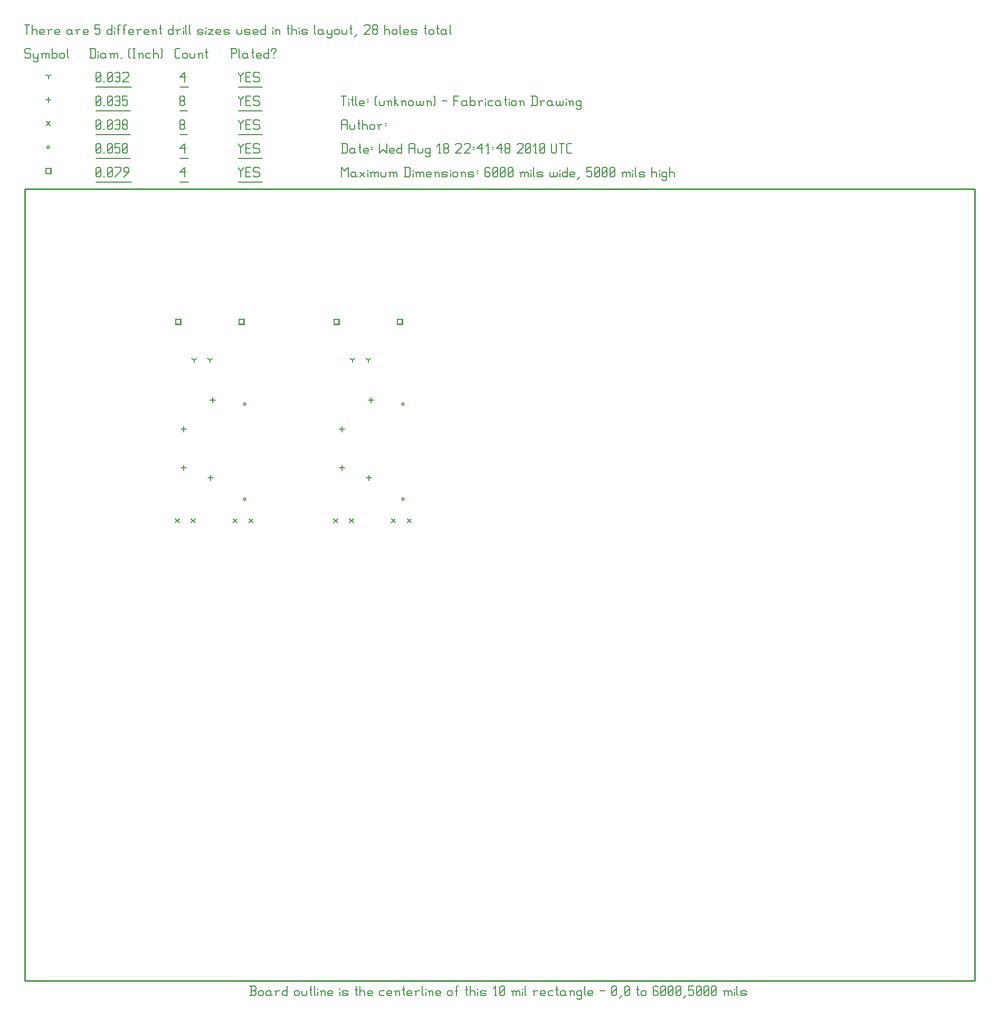
<source format=gbr>
G04 start of page 9 for group -3984 idx -3984 *
G04 Title: (unknown), fab *
G04 Creator: pcb 20091103 *
G04 CreationDate: Wed Aug 18 22:41:48 2010 UTC *
G04 For: fosse *
G04 Format: Gerber/RS-274X *
G04 PCB-Dimensions: 600000 500000 *
G04 PCB-Coordinate-Origin: lower left *
%MOIN*%
%FSLAX25Y25*%
%LNFAB*%
%ADD14C,0.0100*%
%ADD33R,0.0080X0.0080*%
%ADD34C,0.0060*%
G54D33*X195400Y417600D02*X198600D01*
X195400D02*Y414400D01*
X198600D01*
Y417600D02*Y414400D01*
X235400Y417600D02*X238600D01*
X235400D02*Y414400D01*
X238600D01*
Y417600D02*Y414400D01*
X95400Y417600D02*X98600D01*
X95400D02*Y414400D01*
X98600D01*
Y417600D02*Y414400D01*
X135400Y417600D02*X138600D01*
X135400D02*Y414400D01*
X138600D01*
Y417600D02*Y414400D01*
X13400Y512850D02*X16600D01*
X13400D02*Y509650D01*
X16600D01*
Y512850D02*Y509650D01*
G54D34*X135000Y513500D02*Y512750D01*
X136500Y511250D01*
X138000Y512750D01*
Y513500D02*Y512750D01*
X136500Y511250D02*Y507500D01*
X139801Y510500D02*X142051D01*
X139801Y507500D02*X142801D01*
X139801Y513500D02*Y507500D01*
Y513500D02*X142801D01*
X147603D02*X148353Y512750D01*
X145353Y513500D02*X147603D01*
X144603Y512750D02*X145353Y513500D01*
X144603Y512750D02*Y511250D01*
X145353Y510500D01*
X147603D01*
X148353Y509750D01*
Y508250D01*
X147603Y507500D02*X148353Y508250D01*
X145353Y507500D02*X147603D01*
X144603Y508250D02*X145353Y507500D01*
X135000Y504249D02*X150154D01*
X98000Y510500D02*X101000Y513500D01*
X98000Y510500D02*X101750D01*
X101000Y513500D02*Y507500D01*
X98000Y504249D02*X103551D01*
X45000Y508250D02*X45750Y507500D01*
X45000Y512750D02*Y508250D01*
Y512750D02*X45750Y513500D01*
X47250D01*
X48000Y512750D01*
Y508250D01*
X47250Y507500D02*X48000Y508250D01*
X45750Y507500D02*X47250D01*
X45000Y509000D02*X48000Y512000D01*
X49801Y507500D02*X50551D01*
X52353Y508250D02*X53103Y507500D01*
X52353Y512750D02*Y508250D01*
Y512750D02*X53103Y513500D01*
X54603D01*
X55353Y512750D01*
Y508250D01*
X54603Y507500D02*X55353Y508250D01*
X53103Y507500D02*X54603D01*
X52353Y509000D02*X55353Y512000D01*
X57154Y507500D02*X60904Y511250D01*
Y513500D02*Y511250D01*
X57154Y513500D02*X60904D01*
X62706Y507500D02*X65706Y510500D01*
Y512750D02*Y510500D01*
X64956Y513500D02*X65706Y512750D01*
X63456Y513500D02*X64956D01*
X62706Y512750D02*X63456Y513500D01*
X62706Y512750D02*Y511250D01*
X63456Y510500D01*
X65706D01*
X45000Y504249D02*X67507D01*
X238200Y304000D02*G75*G03X239800Y304000I800J0D01*G01*
G75*G03X238200Y304000I-800J0D01*G01*
Y364000D02*G75*G03X239800Y364000I800J0D01*G01*
G75*G03X238200Y364000I-800J0D01*G01*
X138200Y304000D02*G75*G03X139800Y304000I800J0D01*G01*
G75*G03X138200Y304000I-800J0D01*G01*
Y364000D02*G75*G03X139800Y364000I800J0D01*G01*
G75*G03X138200Y364000I-800J0D01*G01*
X14200Y526250D02*G75*G03X15800Y526250I800J0D01*G01*
G75*G03X14200Y526250I-800J0D01*G01*
X135000Y528500D02*Y527750D01*
X136500Y526250D01*
X138000Y527750D01*
Y528500D02*Y527750D01*
X136500Y526250D02*Y522500D01*
X139801Y525500D02*X142051D01*
X139801Y522500D02*X142801D01*
X139801Y528500D02*Y522500D01*
Y528500D02*X142801D01*
X147603D02*X148353Y527750D01*
X145353Y528500D02*X147603D01*
X144603Y527750D02*X145353Y528500D01*
X144603Y527750D02*Y526250D01*
X145353Y525500D01*
X147603D01*
X148353Y524750D01*
Y523250D01*
X147603Y522500D02*X148353Y523250D01*
X145353Y522500D02*X147603D01*
X144603Y523250D02*X145353Y522500D01*
X135000Y519249D02*X150154D01*
X98000Y525500D02*X101000Y528500D01*
X98000Y525500D02*X101750D01*
X101000Y528500D02*Y522500D01*
X98000Y519249D02*X103551D01*
X45000Y523250D02*X45750Y522500D01*
X45000Y527750D02*Y523250D01*
Y527750D02*X45750Y528500D01*
X47250D01*
X48000Y527750D01*
Y523250D01*
X47250Y522500D02*X48000Y523250D01*
X45750Y522500D02*X47250D01*
X45000Y524000D02*X48000Y527000D01*
X49801Y522500D02*X50551D01*
X52353Y523250D02*X53103Y522500D01*
X52353Y527750D02*Y523250D01*
Y527750D02*X53103Y528500D01*
X54603D01*
X55353Y527750D01*
Y523250D01*
X54603Y522500D02*X55353Y523250D01*
X53103Y522500D02*X54603D01*
X52353Y524000D02*X55353Y527000D01*
X57154Y528500D02*X60154D01*
X57154D02*Y525500D01*
X57904Y526250D01*
X59404D01*
X60154Y525500D01*
Y523250D01*
X59404Y522500D02*X60154Y523250D01*
X57904Y522500D02*X59404D01*
X57154Y523250D02*X57904Y522500D01*
X61956Y523250D02*X62706Y522500D01*
X61956Y527750D02*Y523250D01*
Y527750D02*X62706Y528500D01*
X64206D01*
X64956Y527750D01*
Y523250D01*
X64206Y522500D02*X64956Y523250D01*
X62706Y522500D02*X64206D01*
X61956Y524000D02*X64956Y527000D01*
X45000Y519249D02*X66757D01*
X205300Y291700D02*X207700Y289300D01*
X205300D02*X207700Y291700D01*
X195300D02*X197700Y289300D01*
X195300D02*X197700Y291700D01*
X241800D02*X244200Y289300D01*
X241800D02*X244200Y291700D01*
X231800D02*X234200Y289300D01*
X231800D02*X234200Y291700D01*
X105300D02*X107700Y289300D01*
X105300D02*X107700Y291700D01*
X95300D02*X97700Y289300D01*
X95300D02*X97700Y291700D01*
X141800D02*X144200Y289300D01*
X141800D02*X144200Y291700D01*
X131800D02*X134200Y289300D01*
X131800D02*X134200Y291700D01*
X13800Y542450D02*X16200Y540050D01*
X13800D02*X16200Y542450D01*
X135000Y543500D02*Y542750D01*
X136500Y541250D01*
X138000Y542750D01*
Y543500D02*Y542750D01*
X136500Y541250D02*Y537500D01*
X139801Y540500D02*X142051D01*
X139801Y537500D02*X142801D01*
X139801Y543500D02*Y537500D01*
Y543500D02*X142801D01*
X147603D02*X148353Y542750D01*
X145353Y543500D02*X147603D01*
X144603Y542750D02*X145353Y543500D01*
X144603Y542750D02*Y541250D01*
X145353Y540500D01*
X147603D01*
X148353Y539750D01*
Y538250D01*
X147603Y537500D02*X148353Y538250D01*
X145353Y537500D02*X147603D01*
X144603Y538250D02*X145353Y537500D01*
X135000Y534249D02*X150154D01*
X98000Y538250D02*X98750Y537500D01*
X98000Y539750D02*Y538250D01*
Y539750D02*X98750Y540500D01*
X100250D01*
X101000Y539750D01*
Y538250D01*
X100250Y537500D02*X101000Y538250D01*
X98750Y537500D02*X100250D01*
X98000Y541250D02*X98750Y540500D01*
X98000Y542750D02*Y541250D01*
Y542750D02*X98750Y543500D01*
X100250D01*
X101000Y542750D01*
Y541250D01*
X100250Y540500D02*X101000Y541250D01*
X98000Y534249D02*X102801D01*
X45000Y538250D02*X45750Y537500D01*
X45000Y542750D02*Y538250D01*
Y542750D02*X45750Y543500D01*
X47250D01*
X48000Y542750D01*
Y538250D01*
X47250Y537500D02*X48000Y538250D01*
X45750Y537500D02*X47250D01*
X45000Y539000D02*X48000Y542000D01*
X49801Y537500D02*X50551D01*
X52353Y538250D02*X53103Y537500D01*
X52353Y542750D02*Y538250D01*
Y542750D02*X53103Y543500D01*
X54603D01*
X55353Y542750D01*
Y538250D01*
X54603Y537500D02*X55353Y538250D01*
X53103Y537500D02*X54603D01*
X52353Y539000D02*X55353Y542000D01*
X57154Y542750D02*X57904Y543500D01*
X59404D01*
X60154Y542750D01*
Y538250D01*
X59404Y537500D02*X60154Y538250D01*
X57904Y537500D02*X59404D01*
X57154Y538250D02*X57904Y537500D01*
Y540500D02*X60154D01*
X61956Y538250D02*X62706Y537500D01*
X61956Y539750D02*Y538250D01*
Y539750D02*X62706Y540500D01*
X64206D01*
X64956Y539750D01*
Y538250D01*
X64206Y537500D02*X64956Y538250D01*
X62706Y537500D02*X64206D01*
X61956Y541250D02*X62706Y540500D01*
X61956Y542750D02*Y541250D01*
Y542750D02*X62706Y543500D01*
X64206D01*
X64956Y542750D01*
Y541250D01*
X64206Y540500D02*X64956Y541250D01*
X45000Y534249D02*X66757D01*
X100500Y325500D02*Y322300D01*
X98900Y323900D02*X102100D01*
X117500Y319100D02*Y315900D01*
X115900Y317500D02*X119100D01*
X100500Y349793D02*Y346593D01*
X98900Y348193D02*X102100D01*
X118807Y368100D02*Y364900D01*
X117207Y366500D02*X120407D01*
X200500Y325500D02*Y322300D01*
X198900Y323900D02*X202100D01*
X217500Y319100D02*Y315900D01*
X215900Y317500D02*X219100D01*
X200500Y349793D02*Y346593D01*
X198900Y348193D02*X202100D01*
X218807Y368100D02*Y364900D01*
X217207Y366500D02*X220407D01*
X15000Y557850D02*Y554650D01*
X13400Y556250D02*X16600D01*
X135000Y558500D02*Y557750D01*
X136500Y556250D01*
X138000Y557750D01*
Y558500D02*Y557750D01*
X136500Y556250D02*Y552500D01*
X139801Y555500D02*X142051D01*
X139801Y552500D02*X142801D01*
X139801Y558500D02*Y552500D01*
Y558500D02*X142801D01*
X147603D02*X148353Y557750D01*
X145353Y558500D02*X147603D01*
X144603Y557750D02*X145353Y558500D01*
X144603Y557750D02*Y556250D01*
X145353Y555500D01*
X147603D01*
X148353Y554750D01*
Y553250D01*
X147603Y552500D02*X148353Y553250D01*
X145353Y552500D02*X147603D01*
X144603Y553250D02*X145353Y552500D01*
X135000Y549249D02*X150154D01*
X98000Y553250D02*X98750Y552500D01*
X98000Y554750D02*Y553250D01*
Y554750D02*X98750Y555500D01*
X100250D01*
X101000Y554750D01*
Y553250D01*
X100250Y552500D02*X101000Y553250D01*
X98750Y552500D02*X100250D01*
X98000Y556250D02*X98750Y555500D01*
X98000Y557750D02*Y556250D01*
Y557750D02*X98750Y558500D01*
X100250D01*
X101000Y557750D01*
Y556250D01*
X100250Y555500D02*X101000Y556250D01*
X98000Y549249D02*X102801D01*
X45000Y553250D02*X45750Y552500D01*
X45000Y557750D02*Y553250D01*
Y557750D02*X45750Y558500D01*
X47250D01*
X48000Y557750D01*
Y553250D01*
X47250Y552500D02*X48000Y553250D01*
X45750Y552500D02*X47250D01*
X45000Y554000D02*X48000Y557000D01*
X49801Y552500D02*X50551D01*
X52353Y553250D02*X53103Y552500D01*
X52353Y557750D02*Y553250D01*
Y557750D02*X53103Y558500D01*
X54603D01*
X55353Y557750D01*
Y553250D01*
X54603Y552500D02*X55353Y553250D01*
X53103Y552500D02*X54603D01*
X52353Y554000D02*X55353Y557000D01*
X57154Y557750D02*X57904Y558500D01*
X59404D01*
X60154Y557750D01*
Y553250D01*
X59404Y552500D02*X60154Y553250D01*
X57904Y552500D02*X59404D01*
X57154Y553250D02*X57904Y552500D01*
Y555500D02*X60154D01*
X61956Y558500D02*X64956D01*
X61956D02*Y555500D01*
X62706Y556250D01*
X64206D01*
X64956Y555500D01*
Y553250D01*
X64206Y552500D02*X64956Y553250D01*
X62706Y552500D02*X64206D01*
X61956Y553250D02*X62706Y552500D01*
X45000Y549249D02*X66757D01*
X207000Y392000D02*Y390400D01*
Y392000D02*X208386Y392800D01*
X207000Y392000D02*X205614Y392800D01*
X217000Y392000D02*Y390400D01*
Y392000D02*X218386Y392800D01*
X217000Y392000D02*X215614Y392800D01*
X107000Y392000D02*Y390400D01*
Y392000D02*X108386Y392800D01*
X107000Y392000D02*X105614Y392800D01*
X117000Y392000D02*Y390400D01*
Y392000D02*X118386Y392800D01*
X117000Y392000D02*X115614Y392800D01*
X15000Y571250D02*Y569650D01*
Y571250D02*X16386Y572050D01*
X15000Y571250D02*X13614Y572050D01*
X135000Y573500D02*Y572750D01*
X136500Y571250D01*
X138000Y572750D01*
Y573500D02*Y572750D01*
X136500Y571250D02*Y567500D01*
X139801Y570500D02*X142051D01*
X139801Y567500D02*X142801D01*
X139801Y573500D02*Y567500D01*
Y573500D02*X142801D01*
X147603D02*X148353Y572750D01*
X145353Y573500D02*X147603D01*
X144603Y572750D02*X145353Y573500D01*
X144603Y572750D02*Y571250D01*
X145353Y570500D01*
X147603D01*
X148353Y569750D01*
Y568250D01*
X147603Y567500D02*X148353Y568250D01*
X145353Y567500D02*X147603D01*
X144603Y568250D02*X145353Y567500D01*
X135000Y564249D02*X150154D01*
X98000Y570500D02*X101000Y573500D01*
X98000Y570500D02*X101750D01*
X101000Y573500D02*Y567500D01*
X98000Y564249D02*X103551D01*
X45000Y568250D02*X45750Y567500D01*
X45000Y572750D02*Y568250D01*
Y572750D02*X45750Y573500D01*
X47250D01*
X48000Y572750D01*
Y568250D01*
X47250Y567500D02*X48000Y568250D01*
X45750Y567500D02*X47250D01*
X45000Y569000D02*X48000Y572000D01*
X49801Y567500D02*X50551D01*
X52353Y568250D02*X53103Y567500D01*
X52353Y572750D02*Y568250D01*
Y572750D02*X53103Y573500D01*
X54603D01*
X55353Y572750D01*
Y568250D01*
X54603Y567500D02*X55353Y568250D01*
X53103Y567500D02*X54603D01*
X52353Y569000D02*X55353Y572000D01*
X57154Y572750D02*X57904Y573500D01*
X59404D01*
X60154Y572750D01*
Y568250D01*
X59404Y567500D02*X60154Y568250D01*
X57904Y567500D02*X59404D01*
X57154Y568250D02*X57904Y567500D01*
Y570500D02*X60154D01*
X61956Y572750D02*X62706Y573500D01*
X64956D01*
X65706Y572750D01*
Y571250D01*
X61956Y567500D02*X65706Y571250D01*
X61956Y567500D02*X65706D01*
X45000Y564249D02*X67507D01*
X3000Y588500D02*X3750Y587750D01*
X750Y588500D02*X3000D01*
X0Y587750D02*X750Y588500D01*
X0Y587750D02*Y586250D01*
X750Y585500D01*
X3000D01*
X3750Y584750D01*
Y583250D01*
X3000Y582500D02*X3750Y583250D01*
X750Y582500D02*X3000D01*
X0Y583250D02*X750Y582500D01*
X5551Y585500D02*Y583250D01*
X6301Y582500D01*
X8551Y585500D02*Y581000D01*
X7801Y580250D02*X8551Y581000D01*
X6301Y580250D02*X7801D01*
X5551Y581000D02*X6301Y580250D01*
Y582500D02*X7801D01*
X8551Y583250D01*
X11103Y584750D02*Y582500D01*
Y584750D02*X11853Y585500D01*
X12603D01*
X13353Y584750D01*
Y582500D01*
Y584750D02*X14103Y585500D01*
X14853D01*
X15603Y584750D01*
Y582500D01*
X10353Y585500D02*X11103Y584750D01*
X17404Y588500D02*Y582500D01*
Y583250D02*X18154Y582500D01*
X19654D01*
X20404Y583250D01*
Y584750D02*Y583250D01*
X19654Y585500D02*X20404Y584750D01*
X18154Y585500D02*X19654D01*
X17404Y584750D02*X18154Y585500D01*
X22206Y584750D02*Y583250D01*
Y584750D02*X22956Y585500D01*
X24456D01*
X25206Y584750D01*
Y583250D01*
X24456Y582500D02*X25206Y583250D01*
X22956Y582500D02*X24456D01*
X22206Y583250D02*X22956Y582500D01*
X27007Y588500D02*Y583250D01*
X27757Y582500D01*
X41750Y588500D02*Y582500D01*
X44000Y588500D02*X44750Y587750D01*
Y583250D01*
X44000Y582500D02*X44750Y583250D01*
X41000Y582500D02*X44000D01*
X41000Y588500D02*X44000D01*
X46551Y587000D02*Y586250D01*
Y584750D02*Y582500D01*
X50303Y585500D02*X51053Y584750D01*
X48803Y585500D02*X50303D01*
X48053Y584750D02*X48803Y585500D01*
X48053Y584750D02*Y583250D01*
X48803Y582500D01*
X51053Y585500D02*Y583250D01*
X51803Y582500D01*
X48803D02*X50303D01*
X51053Y583250D01*
X54354Y584750D02*Y582500D01*
Y584750D02*X55104Y585500D01*
X55854D01*
X56604Y584750D01*
Y582500D01*
Y584750D02*X57354Y585500D01*
X58104D01*
X58854Y584750D01*
Y582500D01*
X53604Y585500D02*X54354Y584750D01*
X60656Y582500D02*X61406D01*
X65907Y583250D02*X66657Y582500D01*
X65907Y587750D02*X66657Y588500D01*
X65907Y587750D02*Y583250D01*
X68459Y588500D02*X69959D01*
X69209D02*Y582500D01*
X68459D02*X69959D01*
X72510Y584750D02*Y582500D01*
Y584750D02*X73260Y585500D01*
X74010D01*
X74760Y584750D01*
Y582500D01*
X71760Y585500D02*X72510Y584750D01*
X77312Y585500D02*X79562D01*
X76562Y584750D02*X77312Y585500D01*
X76562Y584750D02*Y583250D01*
X77312Y582500D01*
X79562D01*
X81363Y588500D02*Y582500D01*
Y584750D02*X82113Y585500D01*
X83613D01*
X84363Y584750D01*
Y582500D01*
X86165Y588500D02*X86915Y587750D01*
Y583250D01*
X86165Y582500D02*X86915Y583250D01*
X95750Y582500D02*X98000D01*
X95000Y583250D02*X95750Y582500D01*
X95000Y587750D02*Y583250D01*
Y587750D02*X95750Y588500D01*
X98000D01*
X99801Y584750D02*Y583250D01*
Y584750D02*X100551Y585500D01*
X102051D01*
X102801Y584750D01*
Y583250D01*
X102051Y582500D02*X102801Y583250D01*
X100551Y582500D02*X102051D01*
X99801Y583250D02*X100551Y582500D01*
X104603Y585500D02*Y583250D01*
X105353Y582500D01*
X106853D01*
X107603Y583250D01*
Y585500D02*Y583250D01*
X110154Y584750D02*Y582500D01*
Y584750D02*X110904Y585500D01*
X111654D01*
X112404Y584750D01*
Y582500D01*
X109404Y585500D02*X110154Y584750D01*
X114956Y588500D02*Y583250D01*
X115706Y582500D01*
X114206Y586250D02*X115706D01*
X130750Y588500D02*Y582500D01*
X130000Y588500D02*X133000D01*
X133750Y587750D01*
Y586250D01*
X133000Y585500D02*X133750Y586250D01*
X130750Y585500D02*X133000D01*
X135551Y588500D02*Y583250D01*
X136301Y582500D01*
X140053Y585500D02*X140803Y584750D01*
X138553Y585500D02*X140053D01*
X137803Y584750D02*X138553Y585500D01*
X137803Y584750D02*Y583250D01*
X138553Y582500D01*
X140803Y585500D02*Y583250D01*
X141553Y582500D01*
X138553D02*X140053D01*
X140803Y583250D01*
X144104Y588500D02*Y583250D01*
X144854Y582500D01*
X143354Y586250D02*X144854D01*
X147106Y582500D02*X149356D01*
X146356Y583250D02*X147106Y582500D01*
X146356Y584750D02*Y583250D01*
Y584750D02*X147106Y585500D01*
X148606D01*
X149356Y584750D01*
X146356Y584000D02*X149356D01*
Y584750D02*Y584000D01*
X154157Y588500D02*Y582500D01*
X153407D02*X154157Y583250D01*
X151907Y582500D02*X153407D01*
X151157Y583250D02*X151907Y582500D01*
X151157Y584750D02*Y583250D01*
Y584750D02*X151907Y585500D01*
X153407D01*
X154157Y584750D01*
X157459Y585500D02*Y584750D01*
Y583250D02*Y582500D01*
X155959Y587750D02*Y587000D01*
Y587750D02*X156709Y588500D01*
X158209D01*
X158959Y587750D01*
Y587000D01*
X157459Y585500D02*X158959Y587000D01*
X0Y603500D02*X3000D01*
X1500D02*Y597500D01*
X4801Y603500D02*Y597500D01*
Y599750D02*X5551Y600500D01*
X7051D01*
X7801Y599750D01*
Y597500D01*
X10353D02*X12603D01*
X9603Y598250D02*X10353Y597500D01*
X9603Y599750D02*Y598250D01*
Y599750D02*X10353Y600500D01*
X11853D01*
X12603Y599750D01*
X9603Y599000D02*X12603D01*
Y599750D02*Y599000D01*
X15154Y599750D02*Y597500D01*
Y599750D02*X15904Y600500D01*
X17404D01*
X14404D02*X15154Y599750D01*
X19956Y597500D02*X22206D01*
X19206Y598250D02*X19956Y597500D01*
X19206Y599750D02*Y598250D01*
Y599750D02*X19956Y600500D01*
X21456D01*
X22206Y599750D01*
X19206Y599000D02*X22206D01*
Y599750D02*Y599000D01*
X28957Y600500D02*X29707Y599750D01*
X27457Y600500D02*X28957D01*
X26707Y599750D02*X27457Y600500D01*
X26707Y599750D02*Y598250D01*
X27457Y597500D01*
X29707Y600500D02*Y598250D01*
X30457Y597500D01*
X27457D02*X28957D01*
X29707Y598250D01*
X33009Y599750D02*Y597500D01*
Y599750D02*X33759Y600500D01*
X35259D01*
X32259D02*X33009Y599750D01*
X37810Y597500D02*X40060D01*
X37060Y598250D02*X37810Y597500D01*
X37060Y599750D02*Y598250D01*
Y599750D02*X37810Y600500D01*
X39310D01*
X40060Y599750D01*
X37060Y599000D02*X40060D01*
Y599750D02*Y599000D01*
X44562Y603500D02*X47562D01*
X44562D02*Y600500D01*
X45312Y601250D01*
X46812D01*
X47562Y600500D01*
Y598250D01*
X46812Y597500D02*X47562Y598250D01*
X45312Y597500D02*X46812D01*
X44562Y598250D02*X45312Y597500D01*
X55063Y603500D02*Y597500D01*
X54313D02*X55063Y598250D01*
X52813Y597500D02*X54313D01*
X52063Y598250D02*X52813Y597500D01*
X52063Y599750D02*Y598250D01*
Y599750D02*X52813Y600500D01*
X54313D01*
X55063Y599750D01*
X56865Y602000D02*Y601250D01*
Y599750D02*Y597500D01*
X59116Y602750D02*Y597500D01*
Y602750D02*X59866Y603500D01*
X60616D01*
X58366Y600500D02*X59866D01*
X62868Y602750D02*Y597500D01*
Y602750D02*X63618Y603500D01*
X64368D01*
X62118Y600500D02*X63618D01*
X66619Y597500D02*X68869D01*
X65869Y598250D02*X66619Y597500D01*
X65869Y599750D02*Y598250D01*
Y599750D02*X66619Y600500D01*
X68119D01*
X68869Y599750D01*
X65869Y599000D02*X68869D01*
Y599750D02*Y599000D01*
X71421Y599750D02*Y597500D01*
Y599750D02*X72171Y600500D01*
X73671D01*
X70671D02*X71421Y599750D01*
X76222Y597500D02*X78472D01*
X75472Y598250D02*X76222Y597500D01*
X75472Y599750D02*Y598250D01*
Y599750D02*X76222Y600500D01*
X77722D01*
X78472Y599750D01*
X75472Y599000D02*X78472D01*
Y599750D02*Y599000D01*
X81024Y599750D02*Y597500D01*
Y599750D02*X81774Y600500D01*
X82524D01*
X83274Y599750D01*
Y597500D01*
X80274Y600500D02*X81024Y599750D01*
X85825Y603500D02*Y598250D01*
X86575Y597500D01*
X85075Y601250D02*X86575D01*
X93777Y603500D02*Y597500D01*
X93027D02*X93777Y598250D01*
X91527Y597500D02*X93027D01*
X90777Y598250D02*X91527Y597500D01*
X90777Y599750D02*Y598250D01*
Y599750D02*X91527Y600500D01*
X93027D01*
X93777Y599750D01*
X96328D02*Y597500D01*
Y599750D02*X97078Y600500D01*
X98578D01*
X95578D02*X96328Y599750D01*
X100380Y602000D02*Y601250D01*
Y599750D02*Y597500D01*
X101881Y603500D02*Y598250D01*
X102631Y597500D01*
X104133Y603500D02*Y598250D01*
X104883Y597500D01*
X109834D02*X112084D01*
X112834Y598250D01*
X112084Y599000D02*X112834Y598250D01*
X109834Y599000D02*X112084D01*
X109084Y599750D02*X109834Y599000D01*
X109084Y599750D02*X109834Y600500D01*
X112084D01*
X112834Y599750D01*
X109084Y598250D02*X109834Y597500D01*
X114636Y602000D02*Y601250D01*
Y599750D02*Y597500D01*
X116137Y600500D02*X119137D01*
X116137Y597500D02*X119137Y600500D01*
X116137Y597500D02*X119137D01*
X121689D02*X123939D01*
X120939Y598250D02*X121689Y597500D01*
X120939Y599750D02*Y598250D01*
Y599750D02*X121689Y600500D01*
X123189D01*
X123939Y599750D01*
X120939Y599000D02*X123939D01*
Y599750D02*Y599000D01*
X126490Y597500D02*X128740D01*
X129490Y598250D01*
X128740Y599000D02*X129490Y598250D01*
X126490Y599000D02*X128740D01*
X125740Y599750D02*X126490Y599000D01*
X125740Y599750D02*X126490Y600500D01*
X128740D01*
X129490Y599750D01*
X125740Y598250D02*X126490Y597500D01*
X133992Y600500D02*Y598250D01*
X134742Y597500D01*
X136242D01*
X136992Y598250D01*
Y600500D02*Y598250D01*
X139543Y597500D02*X141793D01*
X142543Y598250D01*
X141793Y599000D02*X142543Y598250D01*
X139543Y599000D02*X141793D01*
X138793Y599750D02*X139543Y599000D01*
X138793Y599750D02*X139543Y600500D01*
X141793D01*
X142543Y599750D01*
X138793Y598250D02*X139543Y597500D01*
X145095D02*X147345D01*
X144345Y598250D02*X145095Y597500D01*
X144345Y599750D02*Y598250D01*
Y599750D02*X145095Y600500D01*
X146595D01*
X147345Y599750D01*
X144345Y599000D02*X147345D01*
Y599750D02*Y599000D01*
X152146Y603500D02*Y597500D01*
X151396D02*X152146Y598250D01*
X149896Y597500D02*X151396D01*
X149146Y598250D02*X149896Y597500D01*
X149146Y599750D02*Y598250D01*
Y599750D02*X149896Y600500D01*
X151396D01*
X152146Y599750D01*
X156648Y602000D02*Y601250D01*
Y599750D02*Y597500D01*
X158899Y599750D02*Y597500D01*
Y599750D02*X159649Y600500D01*
X160399D01*
X161149Y599750D01*
Y597500D01*
X158149Y600500D02*X158899Y599750D01*
X166401Y603500D02*Y598250D01*
X167151Y597500D01*
X165651Y601250D02*X167151D01*
X168652Y603500D02*Y597500D01*
Y599750D02*X169402Y600500D01*
X170902D01*
X171652Y599750D01*
Y597500D01*
X173454Y602000D02*Y601250D01*
Y599750D02*Y597500D01*
X175705D02*X177955D01*
X178705Y598250D01*
X177955Y599000D02*X178705Y598250D01*
X175705Y599000D02*X177955D01*
X174955Y599750D02*X175705Y599000D01*
X174955Y599750D02*X175705Y600500D01*
X177955D01*
X178705Y599750D01*
X174955Y598250D02*X175705Y597500D01*
X183207Y603500D02*Y598250D01*
X183957Y597500D01*
X187708Y600500D02*X188458Y599750D01*
X186208Y600500D02*X187708D01*
X185458Y599750D02*X186208Y600500D01*
X185458Y599750D02*Y598250D01*
X186208Y597500D01*
X188458Y600500D02*Y598250D01*
X189208Y597500D01*
X186208D02*X187708D01*
X188458Y598250D01*
X191010Y600500D02*Y598250D01*
X191760Y597500D01*
X194010Y600500D02*Y596000D01*
X193260Y595250D02*X194010Y596000D01*
X191760Y595250D02*X193260D01*
X191010Y596000D02*X191760Y595250D01*
Y597500D02*X193260D01*
X194010Y598250D01*
X195811Y599750D02*Y598250D01*
Y599750D02*X196561Y600500D01*
X198061D01*
X198811Y599750D01*
Y598250D01*
X198061Y597500D02*X198811Y598250D01*
X196561Y597500D02*X198061D01*
X195811Y598250D02*X196561Y597500D01*
X200613Y600500D02*Y598250D01*
X201363Y597500D01*
X202863D01*
X203613Y598250D01*
Y600500D02*Y598250D01*
X206164Y603500D02*Y598250D01*
X206914Y597500D01*
X205414Y601250D02*X206914D01*
X208416Y596000D02*X209916Y597500D01*
X214417Y602750D02*X215167Y603500D01*
X217417D01*
X218167Y602750D01*
Y601250D01*
X214417Y597500D02*X218167Y601250D01*
X214417Y597500D02*X218167D01*
X219969Y598250D02*X220719Y597500D01*
X219969Y599750D02*Y598250D01*
Y599750D02*X220719Y600500D01*
X222219D01*
X222969Y599750D01*
Y598250D01*
X222219Y597500D02*X222969Y598250D01*
X220719Y597500D02*X222219D01*
X219969Y601250D02*X220719Y600500D01*
X219969Y602750D02*Y601250D01*
Y602750D02*X220719Y603500D01*
X222219D01*
X222969Y602750D01*
Y601250D01*
X222219Y600500D02*X222969Y601250D01*
X227470Y603500D02*Y597500D01*
Y599750D02*X228220Y600500D01*
X229720D01*
X230470Y599750D01*
Y597500D01*
X232272Y599750D02*Y598250D01*
Y599750D02*X233022Y600500D01*
X234522D01*
X235272Y599750D01*
Y598250D01*
X234522Y597500D02*X235272Y598250D01*
X233022Y597500D02*X234522D01*
X232272Y598250D02*X233022Y597500D01*
X237073Y603500D02*Y598250D01*
X237823Y597500D01*
X240075D02*X242325D01*
X239325Y598250D02*X240075Y597500D01*
X239325Y599750D02*Y598250D01*
Y599750D02*X240075Y600500D01*
X241575D01*
X242325Y599750D01*
X239325Y599000D02*X242325D01*
Y599750D02*Y599000D01*
X244876Y597500D02*X247126D01*
X247876Y598250D01*
X247126Y599000D02*X247876Y598250D01*
X244876Y599000D02*X247126D01*
X244126Y599750D02*X244876Y599000D01*
X244126Y599750D02*X244876Y600500D01*
X247126D01*
X247876Y599750D01*
X244126Y598250D02*X244876Y597500D01*
X253128Y603500D02*Y598250D01*
X253878Y597500D01*
X252378Y601250D02*X253878D01*
X255379Y599750D02*Y598250D01*
Y599750D02*X256129Y600500D01*
X257629D01*
X258379Y599750D01*
Y598250D01*
X257629Y597500D02*X258379Y598250D01*
X256129Y597500D02*X257629D01*
X255379Y598250D02*X256129Y597500D01*
X260931Y603500D02*Y598250D01*
X261681Y597500D01*
X260181Y601250D02*X261681D01*
X265432Y600500D02*X266182Y599750D01*
X263932Y600500D02*X265432D01*
X263182Y599750D02*X263932Y600500D01*
X263182Y599750D02*Y598250D01*
X263932Y597500D01*
X266182Y600500D02*Y598250D01*
X266932Y597500D01*
X263932D02*X265432D01*
X266182Y598250D01*
X268734Y603500D02*Y598250D01*
X269484Y597500D01*
G54D14*X0Y500000D02*X600000D01*
X0D02*Y0D01*
X600000Y500000D02*Y0D01*
X0D02*X600000D01*
G54D34*X200000Y513500D02*Y507500D01*
Y513500D02*X202250Y511250D01*
X204500Y513500D01*
Y507500D01*
X208551Y510500D02*X209301Y509750D01*
X207051Y510500D02*X208551D01*
X206301Y509750D02*X207051Y510500D01*
X206301Y509750D02*Y508250D01*
X207051Y507500D01*
X209301Y510500D02*Y508250D01*
X210051Y507500D01*
X207051D02*X208551D01*
X209301Y508250D01*
X211853Y510500D02*X214853Y507500D01*
X211853D02*X214853Y510500D01*
X216654Y512000D02*Y511250D01*
Y509750D02*Y507500D01*
X218906Y509750D02*Y507500D01*
Y509750D02*X219656Y510500D01*
X220406D01*
X221156Y509750D01*
Y507500D01*
Y509750D02*X221906Y510500D01*
X222656D01*
X223406Y509750D01*
Y507500D01*
X218156Y510500D02*X218906Y509750D01*
X225207Y510500D02*Y508250D01*
X225957Y507500D01*
X227457D01*
X228207Y508250D01*
Y510500D02*Y508250D01*
X230759Y509750D02*Y507500D01*
Y509750D02*X231509Y510500D01*
X232259D01*
X233009Y509750D01*
Y507500D01*
Y509750D02*X233759Y510500D01*
X234509D01*
X235259Y509750D01*
Y507500D01*
X230009Y510500D02*X230759Y509750D01*
X240510Y513500D02*Y507500D01*
X242760Y513500D02*X243510Y512750D01*
Y508250D01*
X242760Y507500D02*X243510Y508250D01*
X239760Y507500D02*X242760D01*
X239760Y513500D02*X242760D01*
X245312Y512000D02*Y511250D01*
Y509750D02*Y507500D01*
X247563Y509750D02*Y507500D01*
Y509750D02*X248313Y510500D01*
X249063D01*
X249813Y509750D01*
Y507500D01*
Y509750D02*X250563Y510500D01*
X251313D01*
X252063Y509750D01*
Y507500D01*
X246813Y510500D02*X247563Y509750D01*
X254615Y507500D02*X256865D01*
X253865Y508250D02*X254615Y507500D01*
X253865Y509750D02*Y508250D01*
Y509750D02*X254615Y510500D01*
X256115D01*
X256865Y509750D01*
X253865Y509000D02*X256865D01*
Y509750D02*Y509000D01*
X259416Y509750D02*Y507500D01*
Y509750D02*X260166Y510500D01*
X260916D01*
X261666Y509750D01*
Y507500D01*
X258666Y510500D02*X259416Y509750D01*
X264218Y507500D02*X266468D01*
X267218Y508250D01*
X266468Y509000D02*X267218Y508250D01*
X264218Y509000D02*X266468D01*
X263468Y509750D02*X264218Y509000D01*
X263468Y509750D02*X264218Y510500D01*
X266468D01*
X267218Y509750D01*
X263468Y508250D02*X264218Y507500D01*
X269019Y512000D02*Y511250D01*
Y509750D02*Y507500D01*
X270521Y509750D02*Y508250D01*
Y509750D02*X271271Y510500D01*
X272771D01*
X273521Y509750D01*
Y508250D01*
X272771Y507500D02*X273521Y508250D01*
X271271Y507500D02*X272771D01*
X270521Y508250D02*X271271Y507500D01*
X276072Y509750D02*Y507500D01*
Y509750D02*X276822Y510500D01*
X277572D01*
X278322Y509750D01*
Y507500D01*
X275322Y510500D02*X276072Y509750D01*
X280874Y507500D02*X283124D01*
X283874Y508250D01*
X283124Y509000D02*X283874Y508250D01*
X280874Y509000D02*X283124D01*
X280124Y509750D02*X280874Y509000D01*
X280124Y509750D02*X280874Y510500D01*
X283124D01*
X283874Y509750D01*
X280124Y508250D02*X280874Y507500D01*
X285675Y511250D02*X286425D01*
X285675Y509750D02*X286425D01*
X293177Y513500D02*X293927Y512750D01*
X291677Y513500D02*X293177D01*
X290927Y512750D02*X291677Y513500D01*
X290927Y512750D02*Y508250D01*
X291677Y507500D01*
X293177Y510500D02*X293927Y509750D01*
X290927Y510500D02*X293177D01*
X291677Y507500D02*X293177D01*
X293927Y508250D01*
Y509750D02*Y508250D01*
X295728D02*X296478Y507500D01*
X295728Y512750D02*Y508250D01*
Y512750D02*X296478Y513500D01*
X297978D01*
X298728Y512750D01*
Y508250D01*
X297978Y507500D02*X298728Y508250D01*
X296478Y507500D02*X297978D01*
X295728Y509000D02*X298728Y512000D01*
X300530Y508250D02*X301280Y507500D01*
X300530Y512750D02*Y508250D01*
Y512750D02*X301280Y513500D01*
X302780D01*
X303530Y512750D01*
Y508250D01*
X302780Y507500D02*X303530Y508250D01*
X301280Y507500D02*X302780D01*
X300530Y509000D02*X303530Y512000D01*
X305331Y508250D02*X306081Y507500D01*
X305331Y512750D02*Y508250D01*
Y512750D02*X306081Y513500D01*
X307581D01*
X308331Y512750D01*
Y508250D01*
X307581Y507500D02*X308331Y508250D01*
X306081Y507500D02*X307581D01*
X305331Y509000D02*X308331Y512000D01*
X313583Y509750D02*Y507500D01*
Y509750D02*X314333Y510500D01*
X315083D01*
X315833Y509750D01*
Y507500D01*
Y509750D02*X316583Y510500D01*
X317333D01*
X318083Y509750D01*
Y507500D01*
X312833Y510500D02*X313583Y509750D01*
X319884Y512000D02*Y511250D01*
Y509750D02*Y507500D01*
X321386Y513500D02*Y508250D01*
X322136Y507500D01*
X324387D02*X326637D01*
X327387Y508250D01*
X326637Y509000D02*X327387Y508250D01*
X324387Y509000D02*X326637D01*
X323637Y509750D02*X324387Y509000D01*
X323637Y509750D02*X324387Y510500D01*
X326637D01*
X327387Y509750D01*
X323637Y508250D02*X324387Y507500D01*
X331889Y510500D02*Y508250D01*
X332639Y507500D01*
X333389D01*
X334139Y508250D01*
Y510500D02*Y508250D01*
X334889Y507500D01*
X335639D01*
X336389Y508250D01*
Y510500D02*Y508250D01*
X338190Y512000D02*Y511250D01*
Y509750D02*Y507500D01*
X342692Y513500D02*Y507500D01*
X341942D02*X342692Y508250D01*
X340442Y507500D02*X341942D01*
X339692Y508250D02*X340442Y507500D01*
X339692Y509750D02*Y508250D01*
Y509750D02*X340442Y510500D01*
X341942D01*
X342692Y509750D01*
X345243Y507500D02*X347493D01*
X344493Y508250D02*X345243Y507500D01*
X344493Y509750D02*Y508250D01*
Y509750D02*X345243Y510500D01*
X346743D01*
X347493Y509750D01*
X344493Y509000D02*X347493D01*
Y509750D02*Y509000D01*
X349295Y506000D02*X350795Y507500D01*
X355296Y513500D02*X358296D01*
X355296D02*Y510500D01*
X356046Y511250D01*
X357546D01*
X358296Y510500D01*
Y508250D01*
X357546Y507500D02*X358296Y508250D01*
X356046Y507500D02*X357546D01*
X355296Y508250D02*X356046Y507500D01*
X360098Y508250D02*X360848Y507500D01*
X360098Y512750D02*Y508250D01*
Y512750D02*X360848Y513500D01*
X362348D01*
X363098Y512750D01*
Y508250D01*
X362348Y507500D02*X363098Y508250D01*
X360848Y507500D02*X362348D01*
X360098Y509000D02*X363098Y512000D01*
X364899Y508250D02*X365649Y507500D01*
X364899Y512750D02*Y508250D01*
Y512750D02*X365649Y513500D01*
X367149D01*
X367899Y512750D01*
Y508250D01*
X367149Y507500D02*X367899Y508250D01*
X365649Y507500D02*X367149D01*
X364899Y509000D02*X367899Y512000D01*
X369701Y508250D02*X370451Y507500D01*
X369701Y512750D02*Y508250D01*
Y512750D02*X370451Y513500D01*
X371951D01*
X372701Y512750D01*
Y508250D01*
X371951Y507500D02*X372701Y508250D01*
X370451Y507500D02*X371951D01*
X369701Y509000D02*X372701Y512000D01*
X377952Y509750D02*Y507500D01*
Y509750D02*X378702Y510500D01*
X379452D01*
X380202Y509750D01*
Y507500D01*
Y509750D02*X380952Y510500D01*
X381702D01*
X382452Y509750D01*
Y507500D01*
X377202Y510500D02*X377952Y509750D01*
X384254Y512000D02*Y511250D01*
Y509750D02*Y507500D01*
X385755Y513500D02*Y508250D01*
X386505Y507500D01*
X388757D02*X391007D01*
X391757Y508250D01*
X391007Y509000D02*X391757Y508250D01*
X388757Y509000D02*X391007D01*
X388007Y509750D02*X388757Y509000D01*
X388007Y509750D02*X388757Y510500D01*
X391007D01*
X391757Y509750D01*
X388007Y508250D02*X388757Y507500D01*
X396258Y513500D02*Y507500D01*
Y509750D02*X397008Y510500D01*
X398508D01*
X399258Y509750D01*
Y507500D01*
X401060Y512000D02*Y511250D01*
Y509750D02*Y507500D01*
X404811Y510500D02*X405561Y509750D01*
X403311Y510500D02*X404811D01*
X402561Y509750D02*X403311Y510500D01*
X402561Y509750D02*Y508250D01*
X403311Y507500D01*
X404811D01*
X405561Y508250D01*
X402561Y506000D02*X403311Y505250D01*
X404811D01*
X405561Y506000D01*
Y510500D02*Y506000D01*
X407363Y513500D02*Y507500D01*
Y509750D02*X408113Y510500D01*
X409613D01*
X410363Y509750D01*
Y507500D01*
X142226Y-9500D02*X145226D01*
X145976Y-8750D01*
Y-7250D02*Y-8750D01*
X145226Y-6500D02*X145976Y-7250D01*
X142976Y-6500D02*X145226D01*
X142976Y-3500D02*Y-9500D01*
X142226Y-3500D02*X145226D01*
X145976Y-4250D01*
Y-5750D01*
X145226Y-6500D02*X145976Y-5750D01*
X147777Y-7250D02*Y-8750D01*
Y-7250D02*X148527Y-6500D01*
X150027D01*
X150777Y-7250D01*
Y-8750D01*
X150027Y-9500D02*X150777Y-8750D01*
X148527Y-9500D02*X150027D01*
X147777Y-8750D02*X148527Y-9500D01*
X154829Y-6500D02*X155579Y-7250D01*
X153329Y-6500D02*X154829D01*
X152579Y-7250D02*X153329Y-6500D01*
X152579Y-7250D02*Y-8750D01*
X153329Y-9500D01*
X155579Y-6500D02*Y-8750D01*
X156329Y-9500D01*
X153329D02*X154829D01*
X155579Y-8750D01*
X158880Y-7250D02*Y-9500D01*
Y-7250D02*X159630Y-6500D01*
X161130D01*
X158130D02*X158880Y-7250D01*
X165932Y-3500D02*Y-9500D01*
X165182D02*X165932Y-8750D01*
X163682Y-9500D02*X165182D01*
X162932Y-8750D02*X163682Y-9500D01*
X162932Y-7250D02*Y-8750D01*
Y-7250D02*X163682Y-6500D01*
X165182D01*
X165932Y-7250D01*
X170433D02*Y-8750D01*
Y-7250D02*X171183Y-6500D01*
X172683D01*
X173433Y-7250D01*
Y-8750D01*
X172683Y-9500D02*X173433Y-8750D01*
X171183Y-9500D02*X172683D01*
X170433Y-8750D02*X171183Y-9500D01*
X175235Y-6500D02*Y-8750D01*
X175985Y-9500D01*
X177485D01*
X178235Y-8750D01*
Y-6500D02*Y-8750D01*
X180786Y-3500D02*Y-8750D01*
X181536Y-9500D01*
X180036Y-5750D02*X181536D01*
X183038Y-3500D02*Y-8750D01*
X183788Y-9500D01*
X185289Y-5000D02*Y-5750D01*
Y-7250D02*Y-9500D01*
X187541Y-7250D02*Y-9500D01*
Y-7250D02*X188291Y-6500D01*
X189041D01*
X189791Y-7250D01*
Y-9500D01*
X186791Y-6500D02*X187541Y-7250D01*
X192342Y-9500D02*X194592D01*
X191592Y-8750D02*X192342Y-9500D01*
X191592Y-7250D02*Y-8750D01*
Y-7250D02*X192342Y-6500D01*
X193842D01*
X194592Y-7250D01*
X191592Y-8000D02*X194592D01*
Y-7250D02*Y-8000D01*
X199094Y-5000D02*Y-5750D01*
Y-7250D02*Y-9500D01*
X201345D02*X203595D01*
X204345Y-8750D01*
X203595Y-8000D02*X204345Y-8750D01*
X201345Y-8000D02*X203595D01*
X200595Y-7250D02*X201345Y-8000D01*
X200595Y-7250D02*X201345Y-6500D01*
X203595D01*
X204345Y-7250D01*
X200595Y-8750D02*X201345Y-9500D01*
X209597Y-3500D02*Y-8750D01*
X210347Y-9500D01*
X208847Y-5750D02*X210347D01*
X211848Y-3500D02*Y-9500D01*
Y-7250D02*X212598Y-6500D01*
X214098D01*
X214848Y-7250D01*
Y-9500D01*
X217400D02*X219650D01*
X216650Y-8750D02*X217400Y-9500D01*
X216650Y-7250D02*Y-8750D01*
Y-7250D02*X217400Y-6500D01*
X218900D01*
X219650Y-7250D01*
X216650Y-8000D02*X219650D01*
Y-7250D02*Y-8000D01*
X224901Y-6500D02*X227151D01*
X224151Y-7250D02*X224901Y-6500D01*
X224151Y-7250D02*Y-8750D01*
X224901Y-9500D01*
X227151D01*
X229703D02*X231953D01*
X228953Y-8750D02*X229703Y-9500D01*
X228953Y-7250D02*Y-8750D01*
Y-7250D02*X229703Y-6500D01*
X231203D01*
X231953Y-7250D01*
X228953Y-8000D02*X231953D01*
Y-7250D02*Y-8000D01*
X234504Y-7250D02*Y-9500D01*
Y-7250D02*X235254Y-6500D01*
X236004D01*
X236754Y-7250D01*
Y-9500D01*
X233754Y-6500D02*X234504Y-7250D01*
X239306Y-3500D02*Y-8750D01*
X240056Y-9500D01*
X238556Y-5750D02*X240056D01*
X242307Y-9500D02*X244557D01*
X241557Y-8750D02*X242307Y-9500D01*
X241557Y-7250D02*Y-8750D01*
Y-7250D02*X242307Y-6500D01*
X243807D01*
X244557Y-7250D01*
X241557Y-8000D02*X244557D01*
Y-7250D02*Y-8000D01*
X247109Y-7250D02*Y-9500D01*
Y-7250D02*X247859Y-6500D01*
X249359D01*
X246359D02*X247109Y-7250D01*
X251160Y-3500D02*Y-8750D01*
X251910Y-9500D01*
X253412Y-5000D02*Y-5750D01*
Y-7250D02*Y-9500D01*
X255663Y-7250D02*Y-9500D01*
Y-7250D02*X256413Y-6500D01*
X257163D01*
X257913Y-7250D01*
Y-9500D01*
X254913Y-6500D02*X255663Y-7250D01*
X260465Y-9500D02*X262715D01*
X259715Y-8750D02*X260465Y-9500D01*
X259715Y-7250D02*Y-8750D01*
Y-7250D02*X260465Y-6500D01*
X261965D01*
X262715Y-7250D01*
X259715Y-8000D02*X262715D01*
Y-7250D02*Y-8000D01*
X267216Y-7250D02*Y-8750D01*
Y-7250D02*X267966Y-6500D01*
X269466D01*
X270216Y-7250D01*
Y-8750D01*
X269466Y-9500D02*X270216Y-8750D01*
X267966Y-9500D02*X269466D01*
X267216Y-8750D02*X267966Y-9500D01*
X272768Y-4250D02*Y-9500D01*
Y-4250D02*X273518Y-3500D01*
X274268D01*
X272018Y-6500D02*X273518D01*
X279219Y-3500D02*Y-8750D01*
X279969Y-9500D01*
X278469Y-5750D02*X279969D01*
X281471Y-3500D02*Y-9500D01*
Y-7250D02*X282221Y-6500D01*
X283721D01*
X284471Y-7250D01*
Y-9500D01*
X286272Y-5000D02*Y-5750D01*
Y-7250D02*Y-9500D01*
X288524D02*X290774D01*
X291524Y-8750D01*
X290774Y-8000D02*X291524Y-8750D01*
X288524Y-8000D02*X290774D01*
X287774Y-7250D02*X288524Y-8000D01*
X287774Y-7250D02*X288524Y-6500D01*
X290774D01*
X291524Y-7250D01*
X287774Y-8750D02*X288524Y-9500D01*
X296775D02*X298275D01*
X297525Y-3500D02*Y-9500D01*
X296025Y-5000D02*X297525Y-3500D01*
X300077Y-8750D02*X300827Y-9500D01*
X300077Y-4250D02*Y-8750D01*
Y-4250D02*X300827Y-3500D01*
X302327D01*
X303077Y-4250D01*
Y-8750D01*
X302327Y-9500D02*X303077Y-8750D01*
X300827Y-9500D02*X302327D01*
X300077Y-8000D02*X303077Y-5000D01*
X308328Y-7250D02*Y-9500D01*
Y-7250D02*X309078Y-6500D01*
X309828D01*
X310578Y-7250D01*
Y-9500D01*
Y-7250D02*X311328Y-6500D01*
X312078D01*
X312828Y-7250D01*
Y-9500D01*
X307578Y-6500D02*X308328Y-7250D01*
X314630Y-5000D02*Y-5750D01*
Y-7250D02*Y-9500D01*
X316131Y-3500D02*Y-8750D01*
X316881Y-9500D01*
X321833Y-7250D02*Y-9500D01*
Y-7250D02*X322583Y-6500D01*
X324083D01*
X321083D02*X321833Y-7250D01*
X326634Y-9500D02*X328884D01*
X325884Y-8750D02*X326634Y-9500D01*
X325884Y-7250D02*Y-8750D01*
Y-7250D02*X326634Y-6500D01*
X328134D01*
X328884Y-7250D01*
X325884Y-8000D02*X328884D01*
Y-7250D02*Y-8000D01*
X331436Y-6500D02*X333686D01*
X330686Y-7250D02*X331436Y-6500D01*
X330686Y-7250D02*Y-8750D01*
X331436Y-9500D01*
X333686D01*
X336237Y-3500D02*Y-8750D01*
X336987Y-9500D01*
X335487Y-5750D02*X336987D01*
X340739Y-6500D02*X341489Y-7250D01*
X339239Y-6500D02*X340739D01*
X338489Y-7250D02*X339239Y-6500D01*
X338489Y-7250D02*Y-8750D01*
X339239Y-9500D01*
X341489Y-6500D02*Y-8750D01*
X342239Y-9500D01*
X339239D02*X340739D01*
X341489Y-8750D01*
X344790Y-7250D02*Y-9500D01*
Y-7250D02*X345540Y-6500D01*
X346290D01*
X347040Y-7250D01*
Y-9500D01*
X344040Y-6500D02*X344790Y-7250D01*
X351092Y-6500D02*X351842Y-7250D01*
X349592Y-6500D02*X351092D01*
X348842Y-7250D02*X349592Y-6500D01*
X348842Y-7250D02*Y-8750D01*
X349592Y-9500D01*
X351092D01*
X351842Y-8750D01*
X348842Y-11000D02*X349592Y-11750D01*
X351092D01*
X351842Y-11000D01*
Y-6500D02*Y-11000D01*
X353643Y-3500D02*Y-8750D01*
X354393Y-9500D01*
X356645D02*X358895D01*
X355895Y-8750D02*X356645Y-9500D01*
X355895Y-7250D02*Y-8750D01*
Y-7250D02*X356645Y-6500D01*
X358145D01*
X358895Y-7250D01*
X355895Y-8000D02*X358895D01*
Y-7250D02*Y-8000D01*
X363396Y-6500D02*X366396D01*
X370898Y-8750D02*X371648Y-9500D01*
X370898Y-4250D02*Y-8750D01*
Y-4250D02*X371648Y-3500D01*
X373148D01*
X373898Y-4250D01*
Y-8750D01*
X373148Y-9500D02*X373898Y-8750D01*
X371648Y-9500D02*X373148D01*
X370898Y-8000D02*X373898Y-5000D01*
X375699Y-11000D02*X377199Y-9500D01*
X379001Y-8750D02*X379751Y-9500D01*
X379001Y-4250D02*Y-8750D01*
Y-4250D02*X379751Y-3500D01*
X381251D01*
X382001Y-4250D01*
Y-8750D01*
X381251Y-9500D02*X382001Y-8750D01*
X379751Y-9500D02*X381251D01*
X379001Y-8000D02*X382001Y-5000D01*
X387252Y-3500D02*Y-8750D01*
X388002Y-9500D01*
X386502Y-5750D02*X388002D01*
X389504Y-7250D02*Y-8750D01*
Y-7250D02*X390254Y-6500D01*
X391754D01*
X392504Y-7250D01*
Y-8750D01*
X391754Y-9500D02*X392504Y-8750D01*
X390254Y-9500D02*X391754D01*
X389504Y-8750D02*X390254Y-9500D01*
X399255Y-3500D02*X400005Y-4250D01*
X397755Y-3500D02*X399255D01*
X397005Y-4250D02*X397755Y-3500D01*
X397005Y-4250D02*Y-8750D01*
X397755Y-9500D01*
X399255Y-6500D02*X400005Y-7250D01*
X397005Y-6500D02*X399255D01*
X397755Y-9500D02*X399255D01*
X400005Y-8750D01*
Y-7250D02*Y-8750D01*
X401807D02*X402557Y-9500D01*
X401807Y-4250D02*Y-8750D01*
Y-4250D02*X402557Y-3500D01*
X404057D01*
X404807Y-4250D01*
Y-8750D01*
X404057Y-9500D02*X404807Y-8750D01*
X402557Y-9500D02*X404057D01*
X401807Y-8000D02*X404807Y-5000D01*
X406608Y-8750D02*X407358Y-9500D01*
X406608Y-4250D02*Y-8750D01*
Y-4250D02*X407358Y-3500D01*
X408858D01*
X409608Y-4250D01*
Y-8750D01*
X408858Y-9500D02*X409608Y-8750D01*
X407358Y-9500D02*X408858D01*
X406608Y-8000D02*X409608Y-5000D01*
X411410Y-8750D02*X412160Y-9500D01*
X411410Y-4250D02*Y-8750D01*
Y-4250D02*X412160Y-3500D01*
X413660D01*
X414410Y-4250D01*
Y-8750D01*
X413660Y-9500D02*X414410Y-8750D01*
X412160Y-9500D02*X413660D01*
X411410Y-8000D02*X414410Y-5000D01*
X416211Y-11000D02*X417711Y-9500D01*
X419513Y-3500D02*X422513D01*
X419513D02*Y-6500D01*
X420263Y-5750D01*
X421763D01*
X422513Y-6500D01*
Y-8750D01*
X421763Y-9500D02*X422513Y-8750D01*
X420263Y-9500D02*X421763D01*
X419513Y-8750D02*X420263Y-9500D01*
X424314Y-8750D02*X425064Y-9500D01*
X424314Y-4250D02*Y-8750D01*
Y-4250D02*X425064Y-3500D01*
X426564D01*
X427314Y-4250D01*
Y-8750D01*
X426564Y-9500D02*X427314Y-8750D01*
X425064Y-9500D02*X426564D01*
X424314Y-8000D02*X427314Y-5000D01*
X429116Y-8750D02*X429866Y-9500D01*
X429116Y-4250D02*Y-8750D01*
Y-4250D02*X429866Y-3500D01*
X431366D01*
X432116Y-4250D01*
Y-8750D01*
X431366Y-9500D02*X432116Y-8750D01*
X429866Y-9500D02*X431366D01*
X429116Y-8000D02*X432116Y-5000D01*
X433917Y-8750D02*X434667Y-9500D01*
X433917Y-4250D02*Y-8750D01*
Y-4250D02*X434667Y-3500D01*
X436167D01*
X436917Y-4250D01*
Y-8750D01*
X436167Y-9500D02*X436917Y-8750D01*
X434667Y-9500D02*X436167D01*
X433917Y-8000D02*X436917Y-5000D01*
X442169Y-7250D02*Y-9500D01*
Y-7250D02*X442919Y-6500D01*
X443669D01*
X444419Y-7250D01*
Y-9500D01*
Y-7250D02*X445169Y-6500D01*
X445919D01*
X446669Y-7250D01*
Y-9500D01*
X441419Y-6500D02*X442169Y-7250D01*
X448470Y-5000D02*Y-5750D01*
Y-7250D02*Y-9500D01*
X449972Y-3500D02*Y-8750D01*
X450722Y-9500D01*
X452973D02*X455223D01*
X455973Y-8750D01*
X455223Y-8000D02*X455973Y-8750D01*
X452973Y-8000D02*X455223D01*
X452223Y-7250D02*X452973Y-8000D01*
X452223Y-7250D02*X452973Y-6500D01*
X455223D01*
X455973Y-7250D01*
X452223Y-8750D02*X452973Y-9500D01*
X200750Y528500D02*Y522500D01*
X203000Y528500D02*X203750Y527750D01*
Y523250D01*
X203000Y522500D02*X203750Y523250D01*
X200000Y522500D02*X203000D01*
X200000Y528500D02*X203000D01*
X207801Y525500D02*X208551Y524750D01*
X206301Y525500D02*X207801D01*
X205551Y524750D02*X206301Y525500D01*
X205551Y524750D02*Y523250D01*
X206301Y522500D01*
X208551Y525500D02*Y523250D01*
X209301Y522500D01*
X206301D02*X207801D01*
X208551Y523250D01*
X211853Y528500D02*Y523250D01*
X212603Y522500D01*
X211103Y526250D02*X212603D01*
X214854Y522500D02*X217104D01*
X214104Y523250D02*X214854Y522500D01*
X214104Y524750D02*Y523250D01*
Y524750D02*X214854Y525500D01*
X216354D01*
X217104Y524750D01*
X214104Y524000D02*X217104D01*
Y524750D02*Y524000D01*
X218906Y526250D02*X219656D01*
X218906Y524750D02*X219656D01*
X224157Y528500D02*Y522500D01*
X226407Y524750D01*
X228657Y522500D01*
Y528500D02*Y522500D01*
X231209D02*X233459D01*
X230459Y523250D02*X231209Y522500D01*
X230459Y524750D02*Y523250D01*
Y524750D02*X231209Y525500D01*
X232709D01*
X233459Y524750D01*
X230459Y524000D02*X233459D01*
Y524750D02*Y524000D01*
X238260Y528500D02*Y522500D01*
X237510D02*X238260Y523250D01*
X236010Y522500D02*X237510D01*
X235260Y523250D02*X236010Y522500D01*
X235260Y524750D02*Y523250D01*
Y524750D02*X236010Y525500D01*
X237510D01*
X238260Y524750D01*
X242762Y527750D02*Y522500D01*
Y527750D02*X243512Y528500D01*
X245762D01*
X246512Y527750D01*
Y522500D01*
X242762Y525500D02*X246512D01*
X248313D02*Y523250D01*
X249063Y522500D01*
X250563D01*
X251313Y523250D01*
Y525500D02*Y523250D01*
X255365Y525500D02*X256115Y524750D01*
X253865Y525500D02*X255365D01*
X253115Y524750D02*X253865Y525500D01*
X253115Y524750D02*Y523250D01*
X253865Y522500D01*
X255365D01*
X256115Y523250D01*
X253115Y521000D02*X253865Y520250D01*
X255365D01*
X256115Y521000D01*
Y525500D02*Y521000D01*
X261366Y522500D02*X262866D01*
X262116Y528500D02*Y522500D01*
X260616Y527000D02*X262116Y528500D01*
X264668Y523250D02*X265418Y522500D01*
X264668Y524750D02*Y523250D01*
Y524750D02*X265418Y525500D01*
X266918D01*
X267668Y524750D01*
Y523250D01*
X266918Y522500D02*X267668Y523250D01*
X265418Y522500D02*X266918D01*
X264668Y526250D02*X265418Y525500D01*
X264668Y527750D02*Y526250D01*
Y527750D02*X265418Y528500D01*
X266918D01*
X267668Y527750D01*
Y526250D01*
X266918Y525500D02*X267668Y526250D01*
X272169Y527750D02*X272919Y528500D01*
X275169D01*
X275919Y527750D01*
Y526250D01*
X272169Y522500D02*X275919Y526250D01*
X272169Y522500D02*X275919D01*
X277721Y527750D02*X278471Y528500D01*
X280721D01*
X281471Y527750D01*
Y526250D01*
X277721Y522500D02*X281471Y526250D01*
X277721Y522500D02*X281471D01*
X283272Y526250D02*X284022D01*
X283272Y524750D02*X284022D01*
X285824Y525500D02*X288824Y528500D01*
X285824Y525500D02*X289574D01*
X288824Y528500D02*Y522500D01*
X292125D02*X293625D01*
X292875Y528500D02*Y522500D01*
X291375Y527000D02*X292875Y528500D01*
X295427Y526250D02*X296177D01*
X295427Y524750D02*X296177D01*
X297978Y525500D02*X300978Y528500D01*
X297978Y525500D02*X301728D01*
X300978Y528500D02*Y522500D01*
X303530Y523250D02*X304280Y522500D01*
X303530Y524750D02*Y523250D01*
Y524750D02*X304280Y525500D01*
X305780D01*
X306530Y524750D01*
Y523250D01*
X305780Y522500D02*X306530Y523250D01*
X304280Y522500D02*X305780D01*
X303530Y526250D02*X304280Y525500D01*
X303530Y527750D02*Y526250D01*
Y527750D02*X304280Y528500D01*
X305780D01*
X306530Y527750D01*
Y526250D01*
X305780Y525500D02*X306530Y526250D01*
X311031Y527750D02*X311781Y528500D01*
X314031D01*
X314781Y527750D01*
Y526250D01*
X311031Y522500D02*X314781Y526250D01*
X311031Y522500D02*X314781D01*
X316583Y523250D02*X317333Y522500D01*
X316583Y527750D02*Y523250D01*
Y527750D02*X317333Y528500D01*
X318833D01*
X319583Y527750D01*
Y523250D01*
X318833Y522500D02*X319583Y523250D01*
X317333Y522500D02*X318833D01*
X316583Y524000D02*X319583Y527000D01*
X322134Y522500D02*X323634D01*
X322884Y528500D02*Y522500D01*
X321384Y527000D02*X322884Y528500D01*
X325436Y523250D02*X326186Y522500D01*
X325436Y527750D02*Y523250D01*
Y527750D02*X326186Y528500D01*
X327686D01*
X328436Y527750D01*
Y523250D01*
X327686Y522500D02*X328436Y523250D01*
X326186Y522500D02*X327686D01*
X325436Y524000D02*X328436Y527000D01*
X332937Y528500D02*Y523250D01*
X333687Y522500D01*
X335187D01*
X335937Y523250D01*
Y528500D02*Y523250D01*
X337739Y528500D02*X340739D01*
X339239D02*Y522500D01*
X343290D02*X345540D01*
X342540Y523250D02*X343290Y522500D01*
X342540Y527750D02*Y523250D01*
Y527750D02*X343290Y528500D01*
X345540D01*
X200000Y542750D02*Y537500D01*
Y542750D02*X200750Y543500D01*
X203000D01*
X203750Y542750D01*
Y537500D01*
X200000Y540500D02*X203750D01*
X205551D02*Y538250D01*
X206301Y537500D01*
X207801D01*
X208551Y538250D01*
Y540500D02*Y538250D01*
X211103Y543500D02*Y538250D01*
X211853Y537500D01*
X210353Y541250D02*X211853D01*
X213354Y543500D02*Y537500D01*
Y539750D02*X214104Y540500D01*
X215604D01*
X216354Y539750D01*
Y537500D01*
X218156Y539750D02*Y538250D01*
Y539750D02*X218906Y540500D01*
X220406D01*
X221156Y539750D01*
Y538250D01*
X220406Y537500D02*X221156Y538250D01*
X218906Y537500D02*X220406D01*
X218156Y538250D02*X218906Y537500D01*
X223707Y539750D02*Y537500D01*
Y539750D02*X224457Y540500D01*
X225957D01*
X222957D02*X223707Y539750D01*
X227759Y541250D02*X228509D01*
X227759Y539750D02*X228509D01*
X200000Y558500D02*X203000D01*
X201500D02*Y552500D01*
X204801Y557000D02*Y556250D01*
Y554750D02*Y552500D01*
X207053Y558500D02*Y553250D01*
X207803Y552500D01*
X206303Y556250D02*X207803D01*
X209304Y558500D02*Y553250D01*
X210054Y552500D01*
X212306D02*X214556D01*
X211556Y553250D02*X212306Y552500D01*
X211556Y554750D02*Y553250D01*
Y554750D02*X212306Y555500D01*
X213806D01*
X214556Y554750D01*
X211556Y554000D02*X214556D01*
Y554750D02*Y554000D01*
X216357Y556250D02*X217107D01*
X216357Y554750D02*X217107D01*
X221609Y553250D02*X222359Y552500D01*
X221609Y557750D02*X222359Y558500D01*
X221609Y557750D02*Y553250D01*
X224160Y555500D02*Y553250D01*
X224910Y552500D01*
X226410D01*
X227160Y553250D01*
Y555500D02*Y553250D01*
X229712Y554750D02*Y552500D01*
Y554750D02*X230462Y555500D01*
X231212D01*
X231962Y554750D01*
Y552500D01*
X228962Y555500D02*X229712Y554750D01*
X233763Y558500D02*Y552500D01*
Y554750D02*X236013Y552500D01*
X233763Y554750D02*X235263Y556250D01*
X238565Y554750D02*Y552500D01*
Y554750D02*X239315Y555500D01*
X240065D01*
X240815Y554750D01*
Y552500D01*
X237815Y555500D02*X238565Y554750D01*
X242616D02*Y553250D01*
Y554750D02*X243366Y555500D01*
X244866D01*
X245616Y554750D01*
Y553250D01*
X244866Y552500D02*X245616Y553250D01*
X243366Y552500D02*X244866D01*
X242616Y553250D02*X243366Y552500D01*
X247418Y555500D02*Y553250D01*
X248168Y552500D01*
X248918D01*
X249668Y553250D01*
Y555500D02*Y553250D01*
X250418Y552500D01*
X251168D01*
X251918Y553250D01*
Y555500D02*Y553250D01*
X254469Y554750D02*Y552500D01*
Y554750D02*X255219Y555500D01*
X255969D01*
X256719Y554750D01*
Y552500D01*
X253719Y555500D02*X254469Y554750D01*
X258521Y558500D02*X259271Y557750D01*
Y553250D01*
X258521Y552500D02*X259271Y553250D01*
X263772Y555500D02*X266772D01*
X271274Y558500D02*Y552500D01*
Y558500D02*X274274D01*
X271274Y555500D02*X273524D01*
X278325D02*X279075Y554750D01*
X276825Y555500D02*X278325D01*
X276075Y554750D02*X276825Y555500D01*
X276075Y554750D02*Y553250D01*
X276825Y552500D01*
X279075Y555500D02*Y553250D01*
X279825Y552500D01*
X276825D02*X278325D01*
X279075Y553250D01*
X281627Y558500D02*Y552500D01*
Y553250D02*X282377Y552500D01*
X283877D01*
X284627Y553250D01*
Y554750D02*Y553250D01*
X283877Y555500D02*X284627Y554750D01*
X282377Y555500D02*X283877D01*
X281627Y554750D02*X282377Y555500D01*
X287178Y554750D02*Y552500D01*
Y554750D02*X287928Y555500D01*
X289428D01*
X286428D02*X287178Y554750D01*
X291230Y557000D02*Y556250D01*
Y554750D02*Y552500D01*
X293481Y555500D02*X295731D01*
X292731Y554750D02*X293481Y555500D01*
X292731Y554750D02*Y553250D01*
X293481Y552500D01*
X295731D01*
X299783Y555500D02*X300533Y554750D01*
X298283Y555500D02*X299783D01*
X297533Y554750D02*X298283Y555500D01*
X297533Y554750D02*Y553250D01*
X298283Y552500D01*
X300533Y555500D02*Y553250D01*
X301283Y552500D01*
X298283D02*X299783D01*
X300533Y553250D01*
X303834Y558500D02*Y553250D01*
X304584Y552500D01*
X303084Y556250D02*X304584D01*
X306086Y557000D02*Y556250D01*
Y554750D02*Y552500D01*
X307587Y554750D02*Y553250D01*
Y554750D02*X308337Y555500D01*
X309837D01*
X310587Y554750D01*
Y553250D01*
X309837Y552500D02*X310587Y553250D01*
X308337Y552500D02*X309837D01*
X307587Y553250D02*X308337Y552500D01*
X313139Y554750D02*Y552500D01*
Y554750D02*X313889Y555500D01*
X314639D01*
X315389Y554750D01*
Y552500D01*
X312389Y555500D02*X313139Y554750D01*
X320640Y558500D02*Y552500D01*
X322890Y558500D02*X323640Y557750D01*
Y553250D01*
X322890Y552500D02*X323640Y553250D01*
X319890Y552500D02*X322890D01*
X319890Y558500D02*X322890D01*
X326192Y554750D02*Y552500D01*
Y554750D02*X326942Y555500D01*
X328442D01*
X325442D02*X326192Y554750D01*
X332493Y555500D02*X333243Y554750D01*
X330993Y555500D02*X332493D01*
X330243Y554750D02*X330993Y555500D01*
X330243Y554750D02*Y553250D01*
X330993Y552500D01*
X333243Y555500D02*Y553250D01*
X333993Y552500D01*
X330993D02*X332493D01*
X333243Y553250D01*
X335795Y555500D02*Y553250D01*
X336545Y552500D01*
X337295D01*
X338045Y553250D01*
Y555500D02*Y553250D01*
X338795Y552500D01*
X339545D01*
X340295Y553250D01*
Y555500D02*Y553250D01*
X342096Y557000D02*Y556250D01*
Y554750D02*Y552500D01*
X344348Y554750D02*Y552500D01*
Y554750D02*X345098Y555500D01*
X345848D01*
X346598Y554750D01*
Y552500D01*
X343598Y555500D02*X344348Y554750D01*
X350649Y555500D02*X351399Y554750D01*
X349149Y555500D02*X350649D01*
X348399Y554750D02*X349149Y555500D01*
X348399Y554750D02*Y553250D01*
X349149Y552500D01*
X350649D01*
X351399Y553250D01*
X348399Y551000D02*X349149Y550250D01*
X350649D01*
X351399Y551000D01*
Y555500D02*Y551000D01*
M02*

</source>
